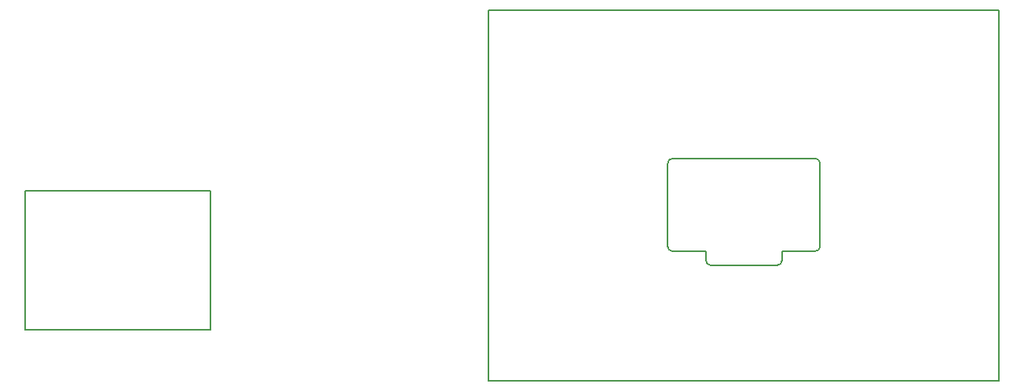
<source format=gbr>
G04 start of page 5 for group 3 idx 4 *
G04 Title: IDEF-X, rigid *
G04 Creator: pcb 1.99z *
G04 CreationDate: Mi 20 Jan 2016 16:51:45 GMT UTC *
G04 For: stephan *
G04 Format: Gerber/RS-274X *
G04 PCB-Dimensions (mil): 7874.02 3937.01 *
G04 PCB-Coordinate-Origin: lower left *
%MOIN*%
%FSLAX25Y25*%
%LNRIGID*%
%ADD31C,0.0059*%
G54D31*X521654Y39370D02*Y196850D01*
X324803Y120079D02*X403543D01*
X324803Y61024D02*Y120079D01*
X403543Y61024D02*X324803D01*
X403543Y120079D02*Y61024D01*
X738189Y39370D02*X521654D01*
X738189Y196850D02*Y39370D01*
X521654Y196850D02*X738189D01*
X599606Y133858D02*X660236D01*
X662205Y131890D02*Y96457D01*
X597638D02*Y131890D01*
X660236Y94488D02*X646063D01*
X613780D02*X599606D01*
X613780Y90551D02*Y94488D01*
X646063D02*Y90551D01*
X644094Y88583D02*X615748D01*
X597638Y96457D02*G75*G03X599606Y94488I1969J0D01*G01*
X662205Y96457D02*G75*G02X660236Y94488I-1969J0D01*G01*
Y133858D02*G75*G02X662205Y131890I0J-1969D01*G01*
X597638D02*G75*G02X599606Y133858I1969J0D01*G01*
X646063Y90551D02*G75*G02X644094Y88583I-1969J0D01*G01*
X613780Y90551D02*G75*G03X615748Y88583I1969J0D01*G01*
M02*

</source>
